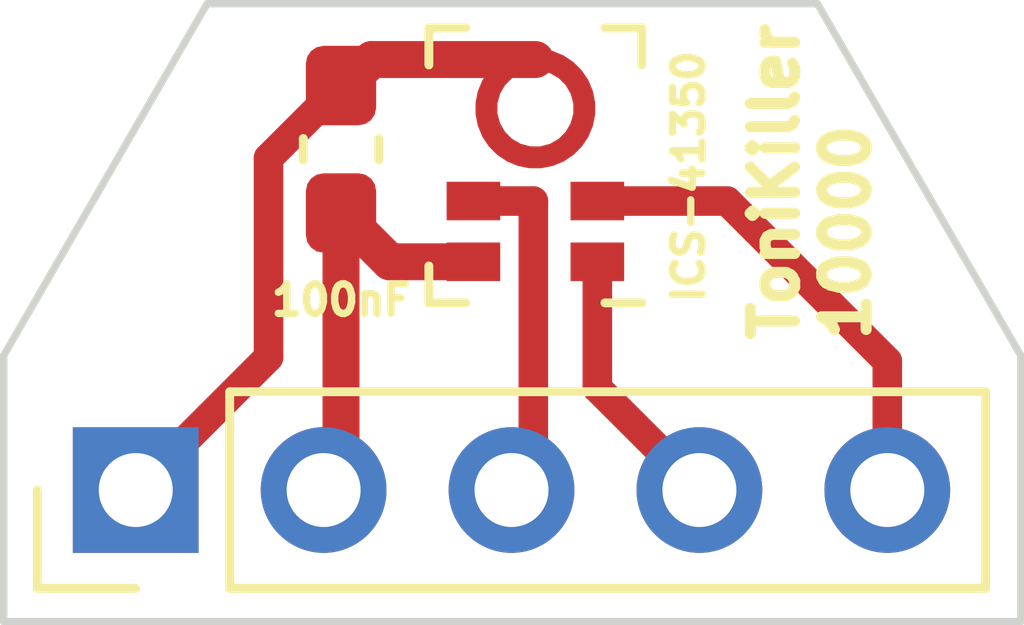
<source format=kicad_pcb>
(kicad_pcb (version 20221018) (generator pcbnew)
  (layers (0 "F.Cu" signal) (31 "B.Cu" signal) (34 "B.Paste" user) (35 "F.Paste" user) (36 "B.SilkS" user "B.Silkscreen") (37 "F.SilkS" user "F.Silkscreen") (38 "B.Mask" user) (39 "F.Mask" user) (44 "Edge.Cuts" user))
  (net 0 "")
  (net 1 "M_DATA")
  (net 2 "GND")
  (net 3 "M_CLK")
  (net 4 "+3V3")
  (net 5 "M_SEL")
  (footprint "Sensor_Audio:Knowles_LGA-5_3.5x2.65mm" (layer "F.Cu") (at 107.8775 51.778 180)
    (fp_text reference "MK1" hide)
    (fp_text value "ICS-41350" (at -2.0725 -0.152 90) (layer "F.SilkS") (effects (font (size 0.4 0.4) (thickness 0.1))))
    (fp_line (start -1.44 1.36) (end -1.44 1.86) (stroke (width 0.12)) (layer "F.SilkS"))
    (fp_line (start -0.94 -1.86) (end -1.44 -1.86) (stroke (width 0.12)) (layer "F.SilkS"))
    (fp_line (start -0.94 1.86) (end -1.44 1.86) (stroke (width 0.12)) (layer "F.SilkS"))
    (fp_line (start 1.44 -1.86) (end 0.94 -1.86) (stroke (width 0.12)) (layer "F.SilkS"))
    (fp_line (start 1.44 -1.86) (end 1.44 -1.36) (stroke (width 0.12)) (layer "F.SilkS"))
    (fp_line (start 1.44 1.36) (end 1.44 1.86) (stroke (width 0.12)) (layer "F.SilkS"))
    (fp_line (start 1.44 1.86) (end 0.94 1.86) (stroke (width 0.12)) (layer "F.SilkS"))
    (pad "" np_thru_hole circle (at 0 0.77 180) (size 0.5 0.5) (drill 0.5) (layers "F&B.Cu" "*.Mask"))
    (pad "1" smd rect (at -0.8375 -1.304 180) (size 0.725 0.522) (layers "F.Cu" "F.Paste" "F.Mask") (net 1 "M_DATA"))
    (pad "2" smd rect (at -0.8375 -0.482 180) (size 0.725 0.522) (layers "F.Cu" "F.Paste" "F.Mask") (net 5 "M_SEL"))
    (pad "3" smd custom (at 0 1.4325 180) (size 0.3 0.3) (layers "F.Cu" "F.Mask") (net 2 "GND") (options (clearance outline) (anchor circle)) (primitives (gr_circle (center 0 -0.6625) (end 0.6625 -0.6625) (width 0.3) (fill none))))
    (pad "4" smd rect (at 0.8375 -0.482 180) (size 0.725 0.522) (layers "F.Cu" "F.Paste" "F.Mask") (net 3 "M_CLK"))
    (pad "5" smd rect (at 0.8375 -1.304 180) (size 0.725 0.522) (layers "F.Cu" "F.Paste" "F.Mask") (net 4 "+3V3"))
  )
  (footprint "Connector_PinHeader_2.54mm:PinHeader_1x05_P2.54mm_Vertical" (layer "F.Cu") (at 102.475 56.17 90)
    (fp_text reference "J1" hide)
    (fp_text value "Conn_01x05_Pin" hide)
    (fp_line (start -1.33 -1.33) (end 0 -1.33) (stroke (width 0.12)) (layer "F.SilkS"))
    (fp_line (start -1.33 0) (end -1.33 -1.33) (stroke (width 0.12)) (layer "F.SilkS"))
    (fp_line (start -1.33 1.27) (end -1.33 11.49) (stroke (width 0.12)) (layer "F.SilkS"))
    (fp_line (start -1.33 1.27) (end 1.33 1.27) (stroke (width 0.12)) (layer "F.SilkS"))
    (fp_line (start -1.33 11.49) (end 1.33 11.49) (stroke (width 0.12)) (layer "F.SilkS"))
    (fp_line (start 1.33 1.27) (end 1.33 11.49) (stroke (width 0.12)) (layer "F.SilkS"))
    (pad "1" thru_hole rect (at 0 0 90) (size 1.7 1.7) (drill 1) (layers "*.Cu" "*.Mask") (net 2 "GND"))
    (pad "2" thru_hole oval (at 0 2.54 90) (size 1.7 1.7) (drill 1) (layers "*.Cu" "*.Mask") (net 4 "+3V3"))
    (pad "3" thru_hole oval (at 0 5.08 90) (size 1.7 1.7) (drill 1) (layers "*.Cu" "*.Mask") (net 3 "M_CLK"))
    (pad "4" thru_hole oval (at 0 7.62 90) (size 1.7 1.7) (drill 1) (layers "*.Cu" "*.Mask") (net 1 "M_DATA"))
    (pad "5" thru_hole oval (at 0 10.16 90) (size 1.7 1.7) (drill 1) (layers "*.Cu" "*.Mask") (net 5 "M_SEL"))
  )
  (footprint "Capacitor_SMD:C_0603_1608Metric_Pad1.08x0.95mm_HandSolder" (layer "F.Cu") (at 105.25 51.56 -90)
    (fp_text reference "C1" hide)
    (fp_text value "100nF" (at 2.04 0) (layer "F.SilkS") (effects (font (size 0.4 0.4) (thickness 0.1) bold)))
    (fp_line (start -0.146267 -0.51) (end 0.146267 -0.51) (stroke (width 0.12)) (layer "F.SilkS"))
    (fp_line (start -0.146267 0.51) (end 0.146267 0.51) (stroke (width 0.12)) (layer "F.SilkS"))
    (pad "1" smd roundrect (at -0.8625 0 270) (size 1.075 0.95) (layers "F.Cu" "F.Paste" "F.Mask") (net 2 "GND"))
    (pad "2" smd roundrect (at 0.8625 0 270) (size 1.075 0.95) (layers "F.Cu" "F.Paste" "F.Mask") (net 4 "+3V3"))
  )
  (gr_line (start 100.69 57.95) (end 114.44 57.95) (stroke (width 0.1)) (layer "Edge.Cuts"))
  (gr_line (start 111.69 49.59) (end 114.44 54.35) (stroke (width 0.1)) (layer "Edge.Cuts"))
  (gr_line (start 100.69 54.35) (end 103.44 49.59) (stroke (width 0.1)) (layer "Edge.Cuts"))
  (gr_line (start 114.44 57.95) (end 114.44 54.35) (stroke (width 0.1)) (layer "Edge.Cuts"))
  (gr_line (start 103.44 49.59) (end 111.69 49.59) (stroke (width 0.1)) (layer "Edge.Cuts"))
  (gr_line (start 100.69 57.95) (end 100.69 54.35) (stroke (width 0.1)) (layer "Edge.Cuts"))
  (gr_text "ToniKiller\n10000" (at 112.43 54.21 90) (layer "F.SilkS") (effects (font (size 0.6 0.6) (thickness 0.15) bold) (justify left bottom)))
  (segment (start 108.715 54.79) (end 110.095 56.17) (width 0.4) (layer "F.Cu") (net 1))
  (segment (start 108.715 53.082) (end 108.715 54.79) (width 0.4) (layer "F.Cu") (net 1))
  (segment (start 105.6645 50.3455) (end 105.19 50.82) (width 0.5) (layer "F.Cu") (net 2))
  (segment (start 107.8775 50.3455) (end 105.6645 50.3455) (width 0.5) (layer "F.Cu") (net 2))
  (segment (start 104.27 54.375) (end 102.475 56.17) (width 0.4) (layer "F.Cu") (net 2))
  (segment (start 105.25 50.6975) (end 104.27 51.6775) (width 0.4) (layer "F.Cu") (net 2))
  (segment (start 104.27 51.6775) (end 104.27 54.375) (width 0.4) (layer "F.Cu") (net 2))
  (segment (start 107.85 52.26) (end 107.85 55.875) (width 0.4) (layer "F.Cu") (net 3))
  (segment (start 107.04 52.26) (end 107.85 52.26) (width 0.4) (layer "F.Cu") (net 3))
  (segment (start 107.85 55.875) (end 107.555 56.17) (width 0.4) (layer "F.Cu") (net 3))
  (segment (start 107.04 53.082) (end 105.9095 53.082) (width 0.5) (layer "F.Cu") (net 4))
  (segment (start 105.25 55.935) (end 105.015 56.17) (width 0.5) (layer "F.Cu") (net 4))
  (segment (start 105.9095 53.082) (end 105.25 52.4225) (width 0.5) (layer "F.Cu") (net 4))
  (segment (start 105.25 52.4225) (end 105.25 55.935) (width 0.5) (layer "F.Cu") (net 4))
  (segment (start 110.47 52.26) (end 112.635 54.425) (width 0.4) (layer "F.Cu") (net 5))
  (segment (start 112.635 54.425) (end 112.635 56.17) (width 0.4) (layer "F.Cu") (net 5))
  (segment (start 108.715 52.26) (end 110.47 52.26) (width 0.4) (layer "F.Cu") (net 5))
)
</source>
